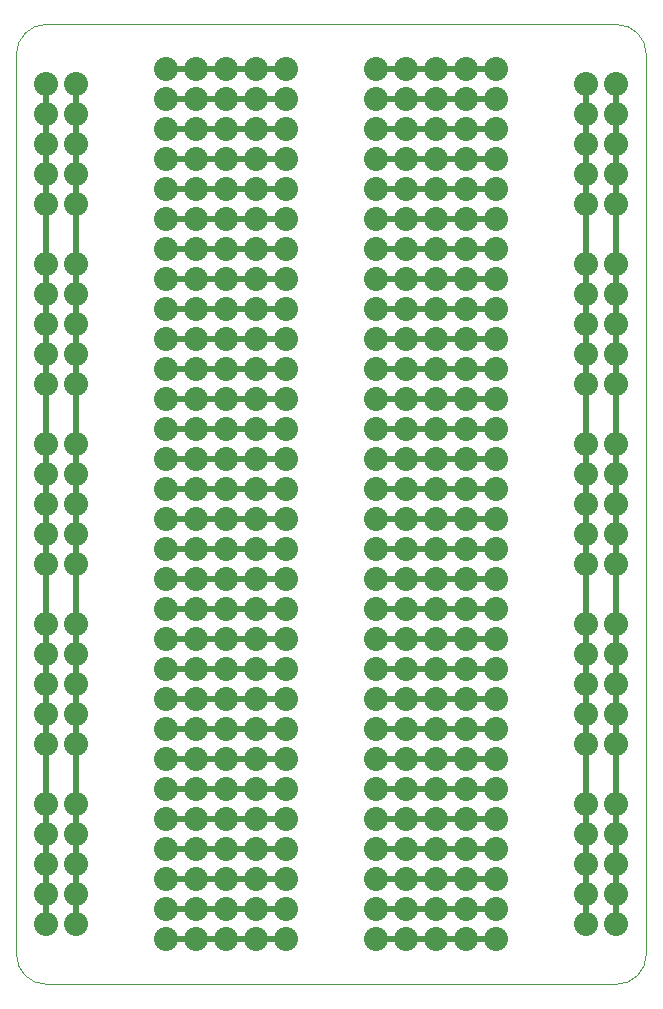
<source format=gbl>
G04 #@! TF.FileFunction,Copper,L2,Bot,Signal*
%FSLAX46Y46*%
G04 Gerber Fmt 4.6, Leading zero omitted, Abs format (unit mm)*
G04 Created by KiCad (PCBNEW 0.201504151001+5600~22~ubuntu14.10.1-product) date Thu Apr 16 18:00:28 2015*
%MOMM*%
G01*
G04 APERTURE LIST*
%ADD10C,0.100000*%
%ADD11C,2.032000*%
%ADD12C,0.508000*%
G04 APERTURE END LIST*
D10*
X91440000Y-118110000D02*
G75*
G03X93980000Y-120650000I2540000J0D01*
G01*
X142240000Y-120650000D02*
G75*
G03X144780000Y-118110000I0J2540000D01*
G01*
X144780000Y-41910000D02*
G75*
G03X142240000Y-39370000I-2540000J0D01*
G01*
X93980000Y-39370000D02*
G75*
G03X91440000Y-41910000I0J-2540000D01*
G01*
X91440000Y-118110000D02*
X91440000Y-41910000D01*
X142240000Y-120650000D02*
X93980000Y-120650000D01*
X144780000Y-41910000D02*
X144780000Y-118110000D01*
X93980000Y-39370000D02*
X142240000Y-39370000D01*
D11*
X121920000Y-111760000D03*
X124460000Y-111760000D03*
X127000000Y-111760000D03*
X132080000Y-111760000D03*
X129540000Y-111760000D03*
X121920000Y-114300000D03*
X124460000Y-114300000D03*
X127000000Y-114300000D03*
X132080000Y-114300000D03*
X129540000Y-114300000D03*
X129540000Y-116840000D03*
X132080000Y-116840000D03*
X127000000Y-116840000D03*
X124460000Y-116840000D03*
X121920000Y-116840000D03*
X129540000Y-99060000D03*
X132080000Y-99060000D03*
X127000000Y-99060000D03*
X124460000Y-99060000D03*
X121920000Y-99060000D03*
X121920000Y-109220000D03*
X124460000Y-109220000D03*
X127000000Y-109220000D03*
X132080000Y-109220000D03*
X129540000Y-109220000D03*
X129540000Y-106680000D03*
X132080000Y-106680000D03*
X127000000Y-106680000D03*
X124460000Y-106680000D03*
X121920000Y-106680000D03*
X121920000Y-101600000D03*
X124460000Y-101600000D03*
X127000000Y-101600000D03*
X132080000Y-101600000D03*
X129540000Y-101600000D03*
X129540000Y-104140000D03*
X132080000Y-104140000D03*
X127000000Y-104140000D03*
X124460000Y-104140000D03*
X121920000Y-104140000D03*
X121920000Y-91440000D03*
X124460000Y-91440000D03*
X127000000Y-91440000D03*
X132080000Y-91440000D03*
X129540000Y-91440000D03*
X129540000Y-88900000D03*
X132080000Y-88900000D03*
X127000000Y-88900000D03*
X124460000Y-88900000D03*
X121920000Y-88900000D03*
X121920000Y-93980000D03*
X124460000Y-93980000D03*
X127000000Y-93980000D03*
X132080000Y-93980000D03*
X129540000Y-93980000D03*
X129540000Y-96520000D03*
X132080000Y-96520000D03*
X127000000Y-96520000D03*
X124460000Y-96520000D03*
X121920000Y-96520000D03*
X121920000Y-86360000D03*
X124460000Y-86360000D03*
X127000000Y-86360000D03*
X132080000Y-86360000D03*
X129540000Y-86360000D03*
X129540000Y-83820000D03*
X132080000Y-83820000D03*
X127000000Y-83820000D03*
X124460000Y-83820000D03*
X121920000Y-83820000D03*
X121920000Y-66040000D03*
X124460000Y-66040000D03*
X127000000Y-66040000D03*
X132080000Y-66040000D03*
X129540000Y-66040000D03*
X129540000Y-63500000D03*
X132080000Y-63500000D03*
X127000000Y-63500000D03*
X124460000Y-63500000D03*
X121920000Y-63500000D03*
X121920000Y-68580000D03*
X124460000Y-68580000D03*
X127000000Y-68580000D03*
X132080000Y-68580000D03*
X129540000Y-68580000D03*
X129540000Y-71120000D03*
X132080000Y-71120000D03*
X127000000Y-71120000D03*
X124460000Y-71120000D03*
X121920000Y-71120000D03*
X121920000Y-81280000D03*
X124460000Y-81280000D03*
X127000000Y-81280000D03*
X132080000Y-81280000D03*
X129540000Y-81280000D03*
X129540000Y-78740000D03*
X132080000Y-78740000D03*
X127000000Y-78740000D03*
X124460000Y-78740000D03*
X121920000Y-78740000D03*
X121920000Y-73660000D03*
X124460000Y-73660000D03*
X127000000Y-73660000D03*
X132080000Y-73660000D03*
X129540000Y-73660000D03*
X129540000Y-76200000D03*
X132080000Y-76200000D03*
X127000000Y-76200000D03*
X124460000Y-76200000D03*
X121920000Y-76200000D03*
X121920000Y-55880000D03*
X124460000Y-55880000D03*
X127000000Y-55880000D03*
X132080000Y-55880000D03*
X129540000Y-55880000D03*
X129540000Y-53340000D03*
X132080000Y-53340000D03*
X127000000Y-53340000D03*
X124460000Y-53340000D03*
X121920000Y-53340000D03*
X121920000Y-58420000D03*
X124460000Y-58420000D03*
X127000000Y-58420000D03*
X132080000Y-58420000D03*
X129540000Y-58420000D03*
X129540000Y-60960000D03*
X132080000Y-60960000D03*
X127000000Y-60960000D03*
X124460000Y-60960000D03*
X121920000Y-60960000D03*
X121920000Y-50800000D03*
X124460000Y-50800000D03*
X127000000Y-50800000D03*
X132080000Y-50800000D03*
X129540000Y-50800000D03*
X129540000Y-48260000D03*
X132080000Y-48260000D03*
X127000000Y-48260000D03*
X124460000Y-48260000D03*
X121920000Y-48260000D03*
X121920000Y-43180000D03*
X124460000Y-43180000D03*
X127000000Y-43180000D03*
X132080000Y-43180000D03*
X129540000Y-43180000D03*
X129540000Y-45720000D03*
X132080000Y-45720000D03*
X127000000Y-45720000D03*
X124460000Y-45720000D03*
X121920000Y-45720000D03*
X114300000Y-83820000D03*
X111760000Y-83820000D03*
X109220000Y-83820000D03*
X104140000Y-83820000D03*
X106680000Y-83820000D03*
X106680000Y-86360000D03*
X104140000Y-86360000D03*
X109220000Y-86360000D03*
X111760000Y-86360000D03*
X114300000Y-86360000D03*
X114300000Y-91440000D03*
X111760000Y-91440000D03*
X109220000Y-91440000D03*
X104140000Y-91440000D03*
X106680000Y-91440000D03*
X106680000Y-88900000D03*
X104140000Y-88900000D03*
X109220000Y-88900000D03*
X111760000Y-88900000D03*
X114300000Y-88900000D03*
X114300000Y-99060000D03*
X111760000Y-99060000D03*
X109220000Y-99060000D03*
X104140000Y-99060000D03*
X106680000Y-99060000D03*
X106680000Y-101600000D03*
X104140000Y-101600000D03*
X109220000Y-101600000D03*
X111760000Y-101600000D03*
X114300000Y-101600000D03*
X114300000Y-96520000D03*
X111760000Y-96520000D03*
X109220000Y-96520000D03*
X104140000Y-96520000D03*
X106680000Y-96520000D03*
X106680000Y-93980000D03*
X104140000Y-93980000D03*
X109220000Y-93980000D03*
X111760000Y-93980000D03*
X114300000Y-93980000D03*
X114300000Y-114300000D03*
X111760000Y-114300000D03*
X109220000Y-114300000D03*
X104140000Y-114300000D03*
X106680000Y-114300000D03*
X106680000Y-116840000D03*
X104140000Y-116840000D03*
X109220000Y-116840000D03*
X111760000Y-116840000D03*
X114300000Y-116840000D03*
X114300000Y-109220000D03*
X111760000Y-109220000D03*
X109220000Y-109220000D03*
X104140000Y-109220000D03*
X106680000Y-109220000D03*
X106680000Y-111760000D03*
X104140000Y-111760000D03*
X109220000Y-111760000D03*
X111760000Y-111760000D03*
X114300000Y-111760000D03*
X114300000Y-106680000D03*
X111760000Y-106680000D03*
X109220000Y-106680000D03*
X104140000Y-106680000D03*
X106680000Y-106680000D03*
X106680000Y-104140000D03*
X104140000Y-104140000D03*
X109220000Y-104140000D03*
X111760000Y-104140000D03*
X114300000Y-104140000D03*
X114300000Y-63500000D03*
X111760000Y-63500000D03*
X109220000Y-63500000D03*
X104140000Y-63500000D03*
X106680000Y-63500000D03*
X106680000Y-66040000D03*
X104140000Y-66040000D03*
X109220000Y-66040000D03*
X111760000Y-66040000D03*
X114300000Y-66040000D03*
X114300000Y-71120000D03*
X111760000Y-71120000D03*
X109220000Y-71120000D03*
X104140000Y-71120000D03*
X106680000Y-71120000D03*
X106680000Y-68580000D03*
X104140000Y-68580000D03*
X109220000Y-68580000D03*
X111760000Y-68580000D03*
X114300000Y-68580000D03*
X114300000Y-78740000D03*
X111760000Y-78740000D03*
X109220000Y-78740000D03*
X104140000Y-78740000D03*
X106680000Y-78740000D03*
X106680000Y-81280000D03*
X104140000Y-81280000D03*
X109220000Y-81280000D03*
X111760000Y-81280000D03*
X114300000Y-81280000D03*
X114300000Y-76200000D03*
X111760000Y-76200000D03*
X109220000Y-76200000D03*
X104140000Y-76200000D03*
X106680000Y-76200000D03*
X106680000Y-73660000D03*
X104140000Y-73660000D03*
X109220000Y-73660000D03*
X111760000Y-73660000D03*
X114300000Y-73660000D03*
X114300000Y-53340000D03*
X111760000Y-53340000D03*
X109220000Y-53340000D03*
X104140000Y-53340000D03*
X106680000Y-53340000D03*
X106680000Y-55880000D03*
X104140000Y-55880000D03*
X109220000Y-55880000D03*
X111760000Y-55880000D03*
X114300000Y-55880000D03*
X114300000Y-60960000D03*
X111760000Y-60960000D03*
X109220000Y-60960000D03*
X104140000Y-60960000D03*
X106680000Y-60960000D03*
X106680000Y-58420000D03*
X104140000Y-58420000D03*
X109220000Y-58420000D03*
X111760000Y-58420000D03*
X114300000Y-58420000D03*
X114300000Y-48260000D03*
X111760000Y-48260000D03*
X109220000Y-48260000D03*
X104140000Y-48260000D03*
X106680000Y-48260000D03*
X106680000Y-50800000D03*
X104140000Y-50800000D03*
X109220000Y-50800000D03*
X111760000Y-50800000D03*
X114300000Y-50800000D03*
X114300000Y-45720000D03*
X111760000Y-45720000D03*
X109220000Y-45720000D03*
X104140000Y-45720000D03*
X106680000Y-45720000D03*
X106680000Y-43180000D03*
X104140000Y-43180000D03*
X109220000Y-43180000D03*
X111760000Y-43180000D03*
X114300000Y-43180000D03*
X93980000Y-115570000D03*
X96520000Y-115570000D03*
X96520000Y-113030000D03*
X93980000Y-113030000D03*
X93980000Y-107950000D03*
X96520000Y-107950000D03*
X96520000Y-110490000D03*
X93980000Y-110490000D03*
X93980000Y-100330000D03*
X96520000Y-100330000D03*
X96520000Y-97790000D03*
X93980000Y-97790000D03*
X96520000Y-105410000D03*
X93980000Y-105410000D03*
X93980000Y-85090000D03*
X96520000Y-85090000D03*
X96520000Y-82550000D03*
X93980000Y-82550000D03*
X93980000Y-77470000D03*
X96520000Y-77470000D03*
X96520000Y-80010000D03*
X93980000Y-80010000D03*
X93980000Y-90170000D03*
X96520000Y-90170000D03*
X93980000Y-92710000D03*
X96520000Y-92710000D03*
X96520000Y-95250000D03*
X93980000Y-95250000D03*
X93980000Y-54610000D03*
X96520000Y-54610000D03*
X96520000Y-52070000D03*
X93980000Y-52070000D03*
X93980000Y-46990000D03*
X96520000Y-46990000D03*
X96520000Y-49530000D03*
X93980000Y-49530000D03*
X96520000Y-44450000D03*
X93980000Y-44450000D03*
X93980000Y-64770000D03*
X96520000Y-64770000D03*
X96520000Y-62230000D03*
X93980000Y-62230000D03*
X96520000Y-59690000D03*
X93980000Y-59690000D03*
X93980000Y-69850000D03*
X96520000Y-69850000D03*
X96520000Y-67310000D03*
X93980000Y-67310000D03*
X96520000Y-74930000D03*
X93980000Y-74930000D03*
X142240000Y-74930000D03*
X139700000Y-74930000D03*
X142240000Y-67310000D03*
X139700000Y-67310000D03*
X139700000Y-69850000D03*
X142240000Y-69850000D03*
X142240000Y-59690000D03*
X139700000Y-59690000D03*
X142240000Y-62230000D03*
X139700000Y-62230000D03*
X139700000Y-64770000D03*
X142240000Y-64770000D03*
X142240000Y-44450000D03*
X139700000Y-44450000D03*
X142240000Y-49530000D03*
X139700000Y-49530000D03*
X139700000Y-46990000D03*
X142240000Y-46990000D03*
X142240000Y-52070000D03*
X139700000Y-52070000D03*
X139700000Y-54610000D03*
X142240000Y-54610000D03*
X142240000Y-95250000D03*
X139700000Y-95250000D03*
X139700000Y-92710000D03*
X142240000Y-92710000D03*
X139700000Y-90170000D03*
X142240000Y-90170000D03*
X142240000Y-80010000D03*
X139700000Y-80010000D03*
X139700000Y-77470000D03*
X142240000Y-77470000D03*
X142240000Y-82550000D03*
X139700000Y-82550000D03*
X139700000Y-85090000D03*
X142240000Y-85090000D03*
X142240000Y-105410000D03*
X139700000Y-105410000D03*
X142240000Y-97790000D03*
X139700000Y-97790000D03*
X139700000Y-100330000D03*
X142240000Y-100330000D03*
X142240000Y-110490000D03*
X139700000Y-110490000D03*
X139700000Y-107950000D03*
X142240000Y-107950000D03*
X142240000Y-113030000D03*
X139700000Y-113030000D03*
X139700000Y-115570000D03*
X142240000Y-115570000D03*
D12*
X129540000Y-111760000D02*
X132080000Y-111760000D01*
X127000000Y-111760000D02*
X129540000Y-111760000D01*
X124460000Y-111760000D02*
X127000000Y-111760000D01*
X121920000Y-111760000D02*
X124460000Y-111760000D01*
X121920000Y-116840000D02*
X124460000Y-116840000D01*
X124460000Y-116840000D02*
X127000000Y-116840000D01*
X127000000Y-116840000D02*
X129540000Y-116840000D01*
X129540000Y-116840000D02*
X132080000Y-116840000D01*
X121920000Y-114300000D02*
X124460000Y-114300000D01*
X124460000Y-114300000D02*
X127000000Y-114300000D01*
X127000000Y-114300000D02*
X129540000Y-114300000D01*
X129540000Y-114300000D02*
X132080000Y-114300000D01*
X121920000Y-99060000D02*
X124460000Y-99060000D01*
X124460000Y-99060000D02*
X127000000Y-99060000D01*
X127000000Y-99060000D02*
X129540000Y-99060000D01*
X129540000Y-99060000D02*
X132080000Y-99060000D01*
X121920000Y-96520000D02*
X124460000Y-96520000D01*
X124460000Y-96520000D02*
X127000000Y-96520000D01*
X127000000Y-96520000D02*
X129540000Y-96520000D01*
X129540000Y-96520000D02*
X132080000Y-96520000D01*
X129540000Y-106680000D02*
X132080000Y-106680000D01*
X127000000Y-106680000D02*
X129540000Y-106680000D01*
X124460000Y-106680000D02*
X127000000Y-106680000D01*
X121920000Y-106680000D02*
X124460000Y-106680000D01*
X129540000Y-109220000D02*
X132080000Y-109220000D01*
X127000000Y-109220000D02*
X129540000Y-109220000D01*
X124460000Y-109220000D02*
X127000000Y-109220000D01*
X121920000Y-109220000D02*
X124460000Y-109220000D01*
X121920000Y-104140000D02*
X124460000Y-104140000D01*
X124460000Y-104140000D02*
X127000000Y-104140000D01*
X127000000Y-104140000D02*
X129540000Y-104140000D01*
X129540000Y-104140000D02*
X132080000Y-104140000D01*
X121920000Y-101600000D02*
X124460000Y-101600000D01*
X124460000Y-101600000D02*
X127000000Y-101600000D01*
X127000000Y-101600000D02*
X129540000Y-101600000D01*
X129540000Y-101600000D02*
X132080000Y-101600000D01*
X129540000Y-88900000D02*
X132080000Y-88900000D01*
X127000000Y-88900000D02*
X129540000Y-88900000D01*
X124460000Y-88900000D02*
X127000000Y-88900000D01*
X121920000Y-88900000D02*
X124460000Y-88900000D01*
X129540000Y-91440000D02*
X132080000Y-91440000D01*
X127000000Y-91440000D02*
X129540000Y-91440000D01*
X124460000Y-91440000D02*
X127000000Y-91440000D01*
X121920000Y-91440000D02*
X124460000Y-91440000D01*
X121920000Y-96520000D02*
X124460000Y-96520000D01*
X124460000Y-96520000D02*
X127000000Y-96520000D01*
X127000000Y-96520000D02*
X129540000Y-96520000D01*
X129540000Y-96520000D02*
X132080000Y-96520000D01*
X121920000Y-93980000D02*
X124460000Y-93980000D01*
X124460000Y-93980000D02*
X127000000Y-93980000D01*
X127000000Y-93980000D02*
X129540000Y-93980000D01*
X129540000Y-93980000D02*
X132080000Y-93980000D01*
X129540000Y-83820000D02*
X132080000Y-83820000D01*
X127000000Y-83820000D02*
X129540000Y-83820000D01*
X124460000Y-83820000D02*
X127000000Y-83820000D01*
X121920000Y-83820000D02*
X124460000Y-83820000D01*
X129540000Y-86360000D02*
X132080000Y-86360000D01*
X127000000Y-86360000D02*
X129540000Y-86360000D01*
X124460000Y-86360000D02*
X127000000Y-86360000D01*
X121920000Y-86360000D02*
X124460000Y-86360000D01*
X129540000Y-63500000D02*
X132080000Y-63500000D01*
X127000000Y-63500000D02*
X129540000Y-63500000D01*
X124460000Y-63500000D02*
X127000000Y-63500000D01*
X121920000Y-63500000D02*
X124460000Y-63500000D01*
X129540000Y-66040000D02*
X132080000Y-66040000D01*
X127000000Y-66040000D02*
X129540000Y-66040000D01*
X124460000Y-66040000D02*
X127000000Y-66040000D01*
X121920000Y-66040000D02*
X124460000Y-66040000D01*
X121920000Y-71120000D02*
X124460000Y-71120000D01*
X124460000Y-71120000D02*
X127000000Y-71120000D01*
X127000000Y-71120000D02*
X129540000Y-71120000D01*
X129540000Y-71120000D02*
X132080000Y-71120000D01*
X121920000Y-68580000D02*
X124460000Y-68580000D01*
X124460000Y-68580000D02*
X127000000Y-68580000D01*
X127000000Y-68580000D02*
X129540000Y-68580000D01*
X129540000Y-68580000D02*
X132080000Y-68580000D01*
X129540000Y-78740000D02*
X132080000Y-78740000D01*
X127000000Y-78740000D02*
X129540000Y-78740000D01*
X124460000Y-78740000D02*
X127000000Y-78740000D01*
X121920000Y-78740000D02*
X124460000Y-78740000D01*
X129540000Y-81280000D02*
X132080000Y-81280000D01*
X127000000Y-81280000D02*
X129540000Y-81280000D01*
X124460000Y-81280000D02*
X127000000Y-81280000D01*
X121920000Y-81280000D02*
X124460000Y-81280000D01*
X121920000Y-76200000D02*
X124460000Y-76200000D01*
X124460000Y-76200000D02*
X127000000Y-76200000D01*
X127000000Y-76200000D02*
X129540000Y-76200000D01*
X129540000Y-76200000D02*
X132080000Y-76200000D01*
X121920000Y-73660000D02*
X124460000Y-73660000D01*
X124460000Y-73660000D02*
X127000000Y-73660000D01*
X127000000Y-73660000D02*
X129540000Y-73660000D01*
X129540000Y-73660000D02*
X132080000Y-73660000D01*
X129540000Y-53340000D02*
X132080000Y-53340000D01*
X127000000Y-53340000D02*
X129540000Y-53340000D01*
X124460000Y-53340000D02*
X127000000Y-53340000D01*
X121920000Y-53340000D02*
X124460000Y-53340000D01*
X129540000Y-55880000D02*
X132080000Y-55880000D01*
X127000000Y-55880000D02*
X129540000Y-55880000D01*
X124460000Y-55880000D02*
X127000000Y-55880000D01*
X121920000Y-55880000D02*
X124460000Y-55880000D01*
X121920000Y-60960000D02*
X124460000Y-60960000D01*
X124460000Y-60960000D02*
X127000000Y-60960000D01*
X127000000Y-60960000D02*
X129540000Y-60960000D01*
X129540000Y-60960000D02*
X132080000Y-60960000D01*
X121920000Y-58420000D02*
X124460000Y-58420000D01*
X124460000Y-58420000D02*
X127000000Y-58420000D01*
X127000000Y-58420000D02*
X129540000Y-58420000D01*
X129540000Y-58420000D02*
X132080000Y-58420000D01*
X129540000Y-48260000D02*
X132080000Y-48260000D01*
X127000000Y-48260000D02*
X129540000Y-48260000D01*
X124460000Y-48260000D02*
X127000000Y-48260000D01*
X121920000Y-48260000D02*
X124460000Y-48260000D01*
X129540000Y-50800000D02*
X132080000Y-50800000D01*
X127000000Y-50800000D02*
X129540000Y-50800000D01*
X124460000Y-50800000D02*
X127000000Y-50800000D01*
X121920000Y-50800000D02*
X124460000Y-50800000D01*
X121920000Y-45720000D02*
X124460000Y-45720000D01*
X124460000Y-45720000D02*
X127000000Y-45720000D01*
X127000000Y-45720000D02*
X129540000Y-45720000D01*
X129540000Y-45720000D02*
X132080000Y-45720000D01*
X121920000Y-43180000D02*
X124460000Y-43180000D01*
X124460000Y-43180000D02*
X127000000Y-43180000D01*
X127000000Y-43180000D02*
X129540000Y-43180000D01*
X129540000Y-43180000D02*
X132080000Y-43180000D01*
X106680000Y-86360000D02*
X104140000Y-86360000D01*
X109220000Y-86360000D02*
X106680000Y-86360000D01*
X111760000Y-86360000D02*
X109220000Y-86360000D01*
X114300000Y-86360000D02*
X111760000Y-86360000D01*
X106680000Y-83820000D02*
X104140000Y-83820000D01*
X109220000Y-83820000D02*
X106680000Y-83820000D01*
X111760000Y-83820000D02*
X109220000Y-83820000D01*
X114300000Y-83820000D02*
X111760000Y-83820000D01*
X114300000Y-88900000D02*
X111760000Y-88900000D01*
X111760000Y-88900000D02*
X109220000Y-88900000D01*
X109220000Y-88900000D02*
X106680000Y-88900000D01*
X106680000Y-88900000D02*
X104140000Y-88900000D01*
X114300000Y-91440000D02*
X111760000Y-91440000D01*
X111760000Y-91440000D02*
X109220000Y-91440000D01*
X109220000Y-91440000D02*
X106680000Y-91440000D01*
X106680000Y-91440000D02*
X104140000Y-91440000D01*
X106680000Y-101600000D02*
X104140000Y-101600000D01*
X109220000Y-101600000D02*
X106680000Y-101600000D01*
X111760000Y-101600000D02*
X109220000Y-101600000D01*
X114300000Y-101600000D02*
X111760000Y-101600000D01*
X106680000Y-99060000D02*
X104140000Y-99060000D01*
X109220000Y-99060000D02*
X106680000Y-99060000D01*
X111760000Y-99060000D02*
X109220000Y-99060000D01*
X114300000Y-99060000D02*
X111760000Y-99060000D01*
X114300000Y-93980000D02*
X111760000Y-93980000D01*
X111760000Y-93980000D02*
X109220000Y-93980000D01*
X109220000Y-93980000D02*
X106680000Y-93980000D01*
X106680000Y-93980000D02*
X104140000Y-93980000D01*
X114300000Y-96520000D02*
X111760000Y-96520000D01*
X111760000Y-96520000D02*
X109220000Y-96520000D01*
X109220000Y-96520000D02*
X106680000Y-96520000D01*
X106680000Y-96520000D02*
X104140000Y-96520000D01*
X106680000Y-116840000D02*
X104140000Y-116840000D01*
X109220000Y-116840000D02*
X106680000Y-116840000D01*
X111760000Y-116840000D02*
X109220000Y-116840000D01*
X114300000Y-116840000D02*
X111760000Y-116840000D01*
X106680000Y-114300000D02*
X104140000Y-114300000D01*
X109220000Y-114300000D02*
X106680000Y-114300000D01*
X111760000Y-114300000D02*
X109220000Y-114300000D01*
X114300000Y-114300000D02*
X111760000Y-114300000D01*
X106680000Y-111760000D02*
X104140000Y-111760000D01*
X109220000Y-111760000D02*
X106680000Y-111760000D01*
X111760000Y-111760000D02*
X109220000Y-111760000D01*
X114300000Y-111760000D02*
X111760000Y-111760000D01*
X106680000Y-109220000D02*
X104140000Y-109220000D01*
X109220000Y-109220000D02*
X106680000Y-109220000D01*
X111760000Y-109220000D02*
X109220000Y-109220000D01*
X114300000Y-109220000D02*
X111760000Y-109220000D01*
X114300000Y-104140000D02*
X111760000Y-104140000D01*
X111760000Y-104140000D02*
X109220000Y-104140000D01*
X109220000Y-104140000D02*
X106680000Y-104140000D01*
X106680000Y-104140000D02*
X104140000Y-104140000D01*
X114300000Y-106680000D02*
X111760000Y-106680000D01*
X111760000Y-106680000D02*
X109220000Y-106680000D01*
X109220000Y-106680000D02*
X106680000Y-106680000D01*
X106680000Y-106680000D02*
X104140000Y-106680000D01*
X106680000Y-66040000D02*
X104140000Y-66040000D01*
X109220000Y-66040000D02*
X106680000Y-66040000D01*
X111760000Y-66040000D02*
X109220000Y-66040000D01*
X114300000Y-66040000D02*
X111760000Y-66040000D01*
X106680000Y-63500000D02*
X104140000Y-63500000D01*
X109220000Y-63500000D02*
X106680000Y-63500000D01*
X111760000Y-63500000D02*
X109220000Y-63500000D01*
X114300000Y-63500000D02*
X111760000Y-63500000D01*
X114300000Y-68580000D02*
X111760000Y-68580000D01*
X111760000Y-68580000D02*
X109220000Y-68580000D01*
X109220000Y-68580000D02*
X106680000Y-68580000D01*
X106680000Y-68580000D02*
X104140000Y-68580000D01*
X114300000Y-71120000D02*
X111760000Y-71120000D01*
X111760000Y-71120000D02*
X109220000Y-71120000D01*
X109220000Y-71120000D02*
X106680000Y-71120000D01*
X106680000Y-71120000D02*
X104140000Y-71120000D01*
X106680000Y-81280000D02*
X104140000Y-81280000D01*
X109220000Y-81280000D02*
X106680000Y-81280000D01*
X111760000Y-81280000D02*
X109220000Y-81280000D01*
X114300000Y-81280000D02*
X111760000Y-81280000D01*
X106680000Y-78740000D02*
X104140000Y-78740000D01*
X109220000Y-78740000D02*
X106680000Y-78740000D01*
X111760000Y-78740000D02*
X109220000Y-78740000D01*
X114300000Y-78740000D02*
X111760000Y-78740000D01*
X114300000Y-73660000D02*
X111760000Y-73660000D01*
X111760000Y-73660000D02*
X109220000Y-73660000D01*
X109220000Y-73660000D02*
X106680000Y-73660000D01*
X106680000Y-73660000D02*
X104140000Y-73660000D01*
X114300000Y-76200000D02*
X111760000Y-76200000D01*
X111760000Y-76200000D02*
X109220000Y-76200000D01*
X109220000Y-76200000D02*
X106680000Y-76200000D01*
X106680000Y-76200000D02*
X104140000Y-76200000D01*
X106680000Y-55880000D02*
X104140000Y-55880000D01*
X109220000Y-55880000D02*
X106680000Y-55880000D01*
X111760000Y-55880000D02*
X109220000Y-55880000D01*
X114300000Y-55880000D02*
X111760000Y-55880000D01*
X106680000Y-53340000D02*
X104140000Y-53340000D01*
X109220000Y-53340000D02*
X106680000Y-53340000D01*
X111760000Y-53340000D02*
X109220000Y-53340000D01*
X114300000Y-53340000D02*
X111760000Y-53340000D01*
X114300000Y-58420000D02*
X111760000Y-58420000D01*
X111760000Y-58420000D02*
X109220000Y-58420000D01*
X109220000Y-58420000D02*
X106680000Y-58420000D01*
X106680000Y-58420000D02*
X104140000Y-58420000D01*
X114300000Y-60960000D02*
X111760000Y-60960000D01*
X111760000Y-60960000D02*
X109220000Y-60960000D01*
X109220000Y-60960000D02*
X106680000Y-60960000D01*
X106680000Y-60960000D02*
X104140000Y-60960000D01*
X106680000Y-50800000D02*
X104140000Y-50800000D01*
X109220000Y-50800000D02*
X106680000Y-50800000D01*
X111760000Y-50800000D02*
X109220000Y-50800000D01*
X114300000Y-50800000D02*
X111760000Y-50800000D01*
X106680000Y-48260000D02*
X104140000Y-48260000D01*
X109220000Y-48260000D02*
X106680000Y-48260000D01*
X111760000Y-48260000D02*
X109220000Y-48260000D01*
X114300000Y-48260000D02*
X111760000Y-48260000D01*
X96520000Y-113030000D02*
X96520000Y-115570000D01*
X96520000Y-110490000D02*
X96520000Y-113030000D01*
X96520000Y-107950000D02*
X96520000Y-110490000D01*
X93980000Y-113030000D02*
X93980000Y-115570000D01*
X93980000Y-110490000D02*
X93980000Y-113030000D01*
X93980000Y-107950000D02*
X93980000Y-110490000D01*
X96520000Y-105410000D02*
X96520000Y-107950000D01*
X96520000Y-100330000D02*
X96520000Y-105410000D01*
X96520000Y-97790000D02*
X96520000Y-100330000D01*
X96520000Y-95250000D02*
X96520000Y-97790000D01*
X96520000Y-92710000D02*
X96520000Y-95250000D01*
X96520000Y-90170000D02*
X96520000Y-92710000D01*
X96520000Y-85090000D02*
X96520000Y-90170000D01*
X93980000Y-105410000D02*
X93980000Y-107950000D01*
X93980000Y-100330000D02*
X93980000Y-105410000D01*
X93980000Y-97790000D02*
X93980000Y-100330000D01*
X93980000Y-95250000D02*
X93980000Y-97790000D01*
X93980000Y-92710000D02*
X93980000Y-95250000D01*
X93980000Y-90170000D02*
X93980000Y-92710000D01*
X93980000Y-85090000D02*
X93980000Y-90170000D01*
X96520000Y-82550000D02*
X96520000Y-85090000D01*
X96520000Y-80010000D02*
X96520000Y-82550000D01*
X96520000Y-77470000D02*
X96520000Y-80010000D01*
X96520000Y-74930000D02*
X96520000Y-77470000D01*
X96520000Y-69850000D02*
X96520000Y-74930000D01*
X96520000Y-67310000D02*
X96520000Y-69850000D01*
X96520000Y-64770000D02*
X96520000Y-67310000D01*
X96520000Y-62230000D02*
X96520000Y-64770000D01*
X96520000Y-59690000D02*
X96520000Y-62230000D01*
X93980000Y-82550000D02*
X93980000Y-85090000D01*
X93980000Y-80010000D02*
X93980000Y-82550000D01*
X93980000Y-77470000D02*
X93980000Y-80010000D01*
X93980000Y-74930000D02*
X93980000Y-77470000D01*
X93980000Y-69850000D02*
X93980000Y-74930000D01*
X93980000Y-67310000D02*
X93980000Y-69850000D01*
X93980000Y-64770000D02*
X93980000Y-67310000D01*
X93980000Y-62230000D02*
X93980000Y-64770000D01*
X93980000Y-59690000D02*
X93980000Y-62230000D01*
X93980000Y-46990000D02*
X93980000Y-44450000D01*
X93980000Y-49530000D02*
X93980000Y-46990000D01*
X93980000Y-52070000D02*
X93980000Y-49530000D01*
X93980000Y-54610000D02*
X93980000Y-52070000D01*
X93980000Y-59690000D02*
X93980000Y-54610000D01*
X96520000Y-54610000D02*
X96520000Y-59690000D01*
X96520000Y-52070000D02*
X96520000Y-54610000D01*
X96520000Y-49530000D02*
X96520000Y-52070000D01*
X96520000Y-46990000D02*
X96520000Y-49530000D01*
X96520000Y-44450000D02*
X96520000Y-46990000D01*
X142240000Y-46990000D02*
X142240000Y-44450000D01*
X142240000Y-49530000D02*
X142240000Y-46990000D01*
X139700000Y-46990000D02*
X139700000Y-44450000D01*
X139700000Y-49530000D02*
X139700000Y-46990000D01*
X142240000Y-52070000D02*
X142240000Y-49530000D01*
X142240000Y-54610000D02*
X142240000Y-52070000D01*
X142240000Y-59690000D02*
X142240000Y-54610000D01*
X142240000Y-62230000D02*
X142240000Y-59690000D01*
X142240000Y-64770000D02*
X142240000Y-62230000D01*
X142240000Y-67310000D02*
X142240000Y-64770000D01*
X142240000Y-69850000D02*
X142240000Y-67310000D01*
X142240000Y-74930000D02*
X142240000Y-69850000D01*
X142240000Y-77470000D02*
X142240000Y-74930000D01*
X139700000Y-52070000D02*
X139700000Y-49530000D01*
X139700000Y-54610000D02*
X139700000Y-52070000D01*
X139700000Y-59690000D02*
X139700000Y-54610000D01*
X139700000Y-62230000D02*
X139700000Y-59690000D01*
X139700000Y-64770000D02*
X139700000Y-62230000D01*
X139700000Y-67310000D02*
X139700000Y-64770000D01*
X139700000Y-69850000D02*
X139700000Y-67310000D01*
X139700000Y-74930000D02*
X139700000Y-69850000D01*
X139700000Y-77470000D02*
X139700000Y-74930000D01*
X142240000Y-80010000D02*
X142240000Y-77470000D01*
X142240000Y-82550000D02*
X142240000Y-80010000D01*
X142240000Y-85090000D02*
X142240000Y-82550000D01*
X142240000Y-90170000D02*
X142240000Y-85090000D01*
X142240000Y-92710000D02*
X142240000Y-90170000D01*
X142240000Y-95250000D02*
X142240000Y-92710000D01*
X142240000Y-97790000D02*
X142240000Y-95250000D01*
X142240000Y-100330000D02*
X142240000Y-97790000D01*
X139700000Y-80010000D02*
X139700000Y-77470000D01*
X139700000Y-82550000D02*
X139700000Y-80010000D01*
X139700000Y-85090000D02*
X139700000Y-82550000D01*
X139700000Y-90170000D02*
X139700000Y-85090000D01*
X139700000Y-92710000D02*
X139700000Y-90170000D01*
X139700000Y-95250000D02*
X139700000Y-92710000D01*
X139700000Y-97790000D02*
X139700000Y-95250000D01*
X139700000Y-100330000D02*
X139700000Y-97790000D01*
X139700000Y-105410000D02*
X139700000Y-100330000D01*
X139700000Y-107950000D02*
X139700000Y-105410000D01*
X139700000Y-110490000D02*
X139700000Y-107950000D01*
X139700000Y-113030000D02*
X139700000Y-110490000D01*
X139700000Y-115570000D02*
X139700000Y-113030000D01*
X142240000Y-105410000D02*
X142240000Y-100330000D01*
X142240000Y-107950000D02*
X142240000Y-105410000D01*
X142240000Y-110490000D02*
X142240000Y-107950000D01*
X142240000Y-113030000D02*
X142240000Y-110490000D01*
X142240000Y-115570000D02*
X142240000Y-113030000D01*
X114300000Y-43180000D02*
X111760000Y-43180000D01*
X111760000Y-43180000D02*
X109220000Y-43180000D01*
X109220000Y-43180000D02*
X106680000Y-43180000D01*
X106680000Y-43180000D02*
X104140000Y-43180000D01*
X114300000Y-45720000D02*
X111760000Y-45720000D01*
X111760000Y-45720000D02*
X109220000Y-45720000D01*
X109220000Y-45720000D02*
X106680000Y-45720000D01*
X106680000Y-45720000D02*
X104140000Y-45720000D01*
M02*

</source>
